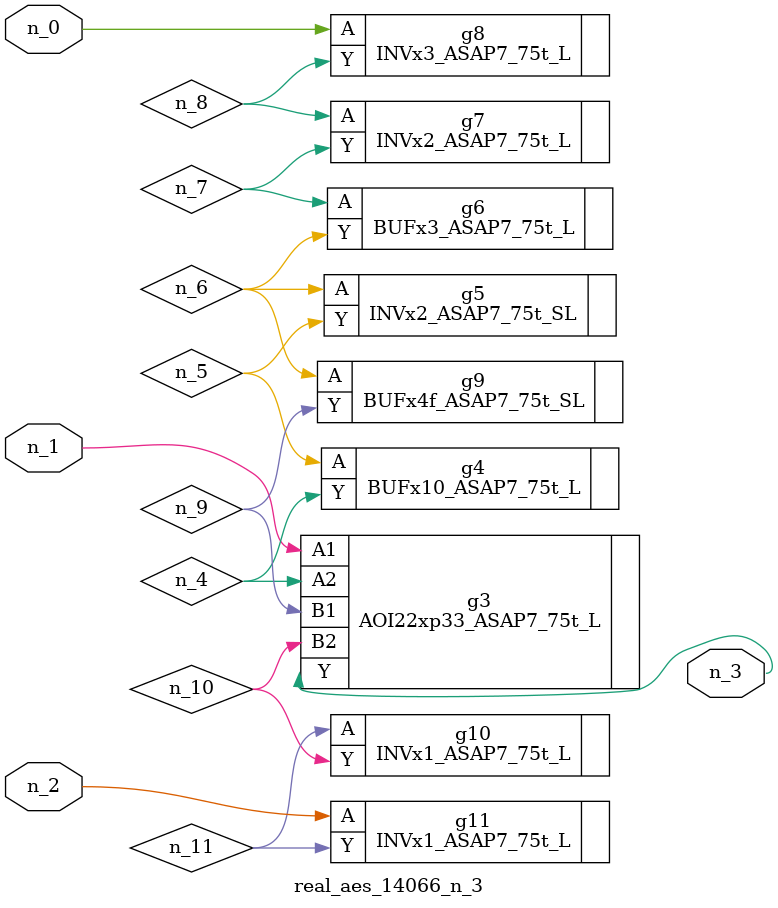
<source format=v>
module real_aes_14066_n_3 (n_0, n_2, n_1, n_3);
input n_0;
input n_2;
input n_1;
output n_3;
wire n_4;
wire n_5;
wire n_7;
wire n_9;
wire n_6;
wire n_8;
wire n_10;
wire n_11;
INVx3_ASAP7_75t_L g8 ( .A(n_0), .Y(n_8) );
AOI22xp33_ASAP7_75t_L g3 ( .A1(n_1), .A2(n_4), .B1(n_9), .B2(n_10), .Y(n_3) );
INVx1_ASAP7_75t_L g11 ( .A(n_2), .Y(n_11) );
BUFx10_ASAP7_75t_L g4 ( .A(n_5), .Y(n_4) );
INVx2_ASAP7_75t_SL g5 ( .A(n_6), .Y(n_5) );
BUFx4f_ASAP7_75t_SL g9 ( .A(n_6), .Y(n_9) );
BUFx3_ASAP7_75t_L g6 ( .A(n_7), .Y(n_6) );
INVx2_ASAP7_75t_L g7 ( .A(n_8), .Y(n_7) );
INVx1_ASAP7_75t_L g10 ( .A(n_11), .Y(n_10) );
endmodule
</source>
